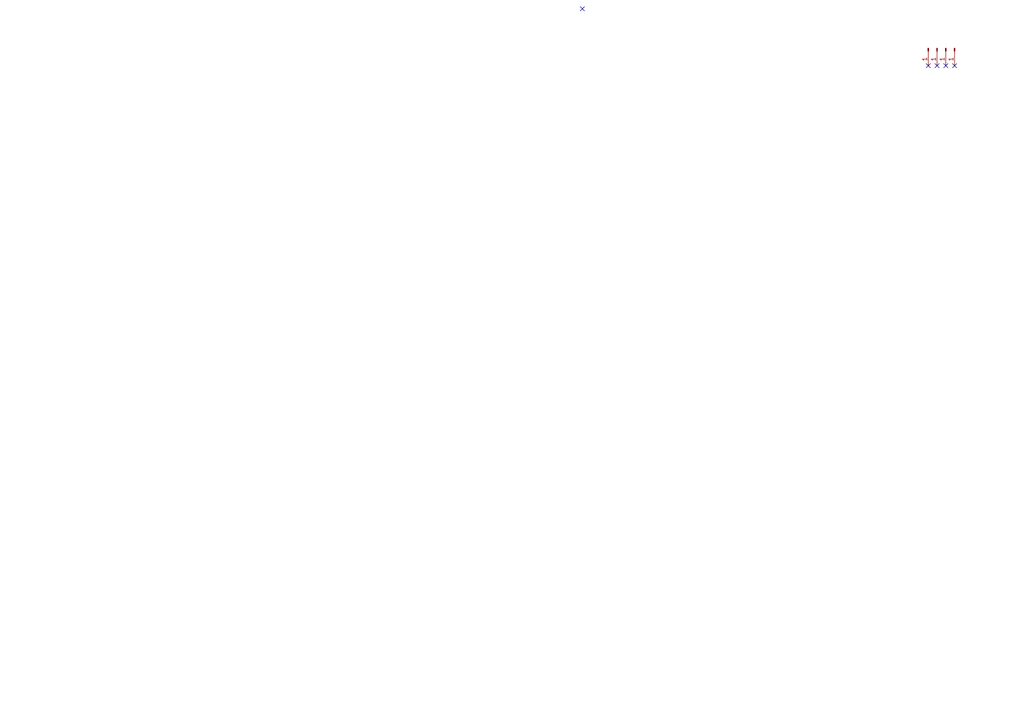
<source format=kicad_sch>
(kicad_sch (version 20231120) (generator "eeschema") (generator_version "8.0")
  (paper "A4")
  (title_block (title "BulkyModem Faceplate (FA1)") (rev "A") (comment 3 "BulkyModem-32") (comment 4 "Modified to account for the changes made to the general layout used with"))
  (lib_symbols
    (symbol "Connector:Conn_01x01_Pin" (pin_names (offset 1.016) hide)
      (property "Reference" "J" (at 0 2.54 0))
      (property "Value" "Conn_01x01_Pin" (at 0 -2.54 0))
      (symbol "Conn_01x01_Pin_1_1"
        (polyline (pts (xy 1.27 0) (xy 0.8636 0)) (stroke (width 0.1524)))
        (rectangle (start 0.8636 0.127) (end 0 -0.127) (stroke (width 0.1524)) (fill (type outline)))
        (pin passive line (at 5.08 0 180) (length 3.81) (name "Pin_1") (number "1"))
      )
    )
  )
  (no_connect (at 168.91 2.54))
  (no_connect (at 269.24 19.05))
  (no_connect (at 271.78 19.05))
  (no_connect (at 276.86 19.05))
  (no_connect (at 274.32 19.05))
  (symbol (lib_id "Connector:Conn_01x01_Pin") (at 276.86 13.97 270) (unit 1)
    (property "Reference" "M1" (effects (hide yes)))
    (property "Value" "Mounting" (effects (hide yes)))
    (property "Footprint" "mounting:M3_pin" (effects (hide yes)))
    (property "Description" "Generic connector, single row, 01x01, script generated" (effects (hide yes)))
  )
  (symbol (lib_id "Connector:Conn_01x01_Pin") (at 271.78 13.97 270) (unit 1)
    (property "Reference" "M3" (effects (hide yes)))
    (property "Value" "Mounting" (effects (hide yes)))
    (property "Footprint" "mounting:M3_pin" (effects (hide yes)))
    (property "Description" "Generic connector, single row, 01x01, script generated" (effects (hide yes)))
  )
  (symbol (lib_id "Connector:Conn_01x01_Pin") (at 274.32 13.97 270) (unit 1)
    (property "Reference" "M2" (effects (hide yes)))
    (property "Value" "Mounting" (effects (hide yes)))
    (property "Footprint" "mounting:M3_pin" (effects (hide yes)))
    (property "Description" "Generic connector, single row, 01x01, script generated" (effects (hide yes)))
  )
  (symbol (lib_id "Connector:Conn_01x01_Pin") (at 269.24 13.97 270) (unit 1)
    (property "Reference" "M4" (effects (hide yes)))
    (property "Value" "Mounting" (effects (hide yes)))
    (property "Footprint" "mounting:M3_pin" (effects (hide yes)))
    (property "Description" "Generic connector, single row, 01x01, script generated" (effects (hide yes)))
  )
)
</source>
